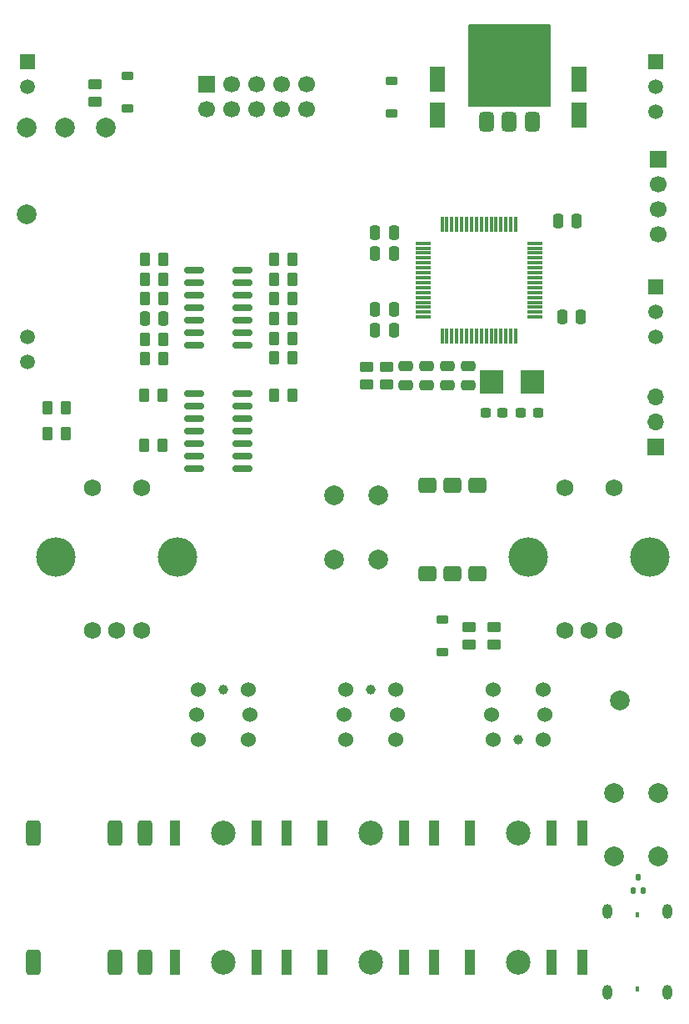
<source format=gbr>
%TF.GenerationSoftware,KiCad,Pcbnew,8.0.8*%
%TF.CreationDate,2025-06-14T16:52:44+01:00*%
%TF.ProjectId,oscar_components,6f736361-725f-4636-9f6d-706f6e656e74,rev?*%
%TF.SameCoordinates,Original*%
%TF.FileFunction,Soldermask,Bot*%
%TF.FilePolarity,Negative*%
%FSLAX46Y46*%
G04 Gerber Fmt 4.6, Leading zero omitted, Abs format (unit mm)*
G04 Created by KiCad (PCBNEW 8.0.8) date 2025-06-14 16:52:44*
%MOMM*%
%LPD*%
G01*
G04 APERTURE LIST*
G04 Aperture macros list*
%AMRoundRect*
0 Rectangle with rounded corners*
0 $1 Rounding radius*
0 $2 $3 $4 $5 $6 $7 $8 $9 X,Y pos of 4 corners*
0 Add a 4 corners polygon primitive as box body*
4,1,4,$2,$3,$4,$5,$6,$7,$8,$9,$2,$3,0*
0 Add four circle primitives for the rounded corners*
1,1,$1+$1,$2,$3*
1,1,$1+$1,$4,$5*
1,1,$1+$1,$6,$7*
1,1,$1+$1,$8,$9*
0 Add four rect primitives between the rounded corners*
20,1,$1+$1,$2,$3,$4,$5,0*
20,1,$1+$1,$4,$5,$6,$7,0*
20,1,$1+$1,$6,$7,$8,$9,0*
20,1,$1+$1,$8,$9,$2,$3,0*%
G04 Aperture macros list end*
%ADD10C,0.200000*%
%ADD11C,2.500000*%
%ADD12R,1.000000X2.500000*%
%ADD13C,1.750000*%
%ADD14O,4.000000X4.000000*%
%ADD15R,1.500000X1.500000*%
%ADD16C,1.500000*%
%ADD17RoundRect,0.375000X0.375000X-0.925000X0.375000X0.925000X-0.375000X0.925000X-0.375000X-0.925000X0*%
%ADD18C,2.000000*%
%ADD19C,1.000000*%
%ADD20C,1.524000*%
%ADD21O,0.400000X0.600000*%
%ADD22O,1.000000X1.500000*%
%ADD23RoundRect,0.250000X-0.250000X-0.475000X0.250000X-0.475000X0.250000X0.475000X-0.250000X0.475000X0*%
%ADD24RoundRect,0.237500X0.300000X0.237500X-0.300000X0.237500X-0.300000X-0.237500X0.300000X-0.237500X0*%
%ADD25RoundRect,0.250000X0.250000X0.475000X-0.250000X0.475000X-0.250000X-0.475000X0.250000X-0.475000X0*%
%ADD26RoundRect,0.250000X0.550000X-1.050000X0.550000X1.050000X-0.550000X1.050000X-0.550000X-1.050000X0*%
%ADD27RoundRect,0.250000X-0.475000X0.250000X-0.475000X-0.250000X0.475000X-0.250000X0.475000X0.250000X0*%
%ADD28RoundRect,0.225000X0.375000X-0.225000X0.375000X0.225000X-0.375000X0.225000X-0.375000X-0.225000X0*%
%ADD29RoundRect,0.250000X-0.262500X-0.450000X0.262500X-0.450000X0.262500X0.450000X-0.262500X0.450000X0*%
%ADD30RoundRect,0.250000X0.262500X0.450000X-0.262500X0.450000X-0.262500X-0.450000X0.262500X-0.450000X0*%
%ADD31RoundRect,0.075000X0.075000X-0.700000X0.075000X0.700000X-0.075000X0.700000X-0.075000X-0.700000X0*%
%ADD32RoundRect,0.075000X0.700000X-0.075000X0.700000X0.075000X-0.700000X0.075000X-0.700000X-0.075000X0*%
%ADD33RoundRect,0.150000X0.825000X0.150000X-0.825000X0.150000X-0.825000X-0.150000X0.825000X-0.150000X0*%
%ADD34RoundRect,0.150000X-0.825000X-0.150000X0.825000X-0.150000X0.825000X0.150000X-0.825000X0.150000X0*%
%ADD35RoundRect,0.375000X0.375000X-0.625000X0.375000X0.625000X-0.375000X0.625000X-0.375000X-0.625000X0*%
%ADD36RoundRect,0.500000X1.400000X-0.500000X1.400000X0.500000X-1.400000X0.500000X-1.400000X-0.500000X0*%
%ADD37R,2.450000X2.400000*%
%ADD38R,1.700000X1.700000*%
%ADD39C,1.700000*%
%ADD40RoundRect,0.250000X-0.450000X0.262500X-0.450000X-0.262500X0.450000X-0.262500X0.450000X0.262500X0*%
%ADD41RoundRect,0.225000X-0.375000X0.225000X-0.375000X-0.225000X0.375000X-0.225000X0.375000X0.225000X0*%
%ADD42RoundRect,0.237500X-0.300000X-0.237500X0.300000X-0.237500X0.300000X0.237500X-0.300000X0.237500X0*%
%ADD43O,1.700000X1.700000*%
%ADD44RoundRect,0.250164X0.639836X-0.512336X0.639836X0.512336X-0.639836X0.512336X-0.639836X-0.512336X0*%
%ADD45RoundRect,0.250164X-0.639836X0.512336X-0.639836X-0.512336X0.639836X-0.512336X0.639836X0.512336X0*%
%ADD46RoundRect,0.125000X0.125000X-0.175000X0.125000X0.175000X-0.125000X0.175000X-0.125000X-0.175000X0*%
%ADD47RoundRect,0.250000X0.450000X-0.262500X0.450000X0.262500X-0.450000X0.262500X-0.450000X-0.262500X0*%
G04 APERTURE END LIST*
D10*
X147000000Y-50000000D02*
X155200000Y-50000000D01*
X155200000Y-58200000D01*
X147000000Y-58200000D01*
X147000000Y-50000000D01*
G36*
X147000000Y-50000000D02*
G01*
X155200000Y-50000000D01*
X155200000Y-58200000D01*
X147000000Y-58200000D01*
X147000000Y-50000000D01*
G37*
D11*
%TO.C,J4*%
X122000000Y-132000000D03*
D12*
X128480000Y-132000000D03*
X125380000Y-132000000D03*
X117080000Y-132000000D03*
%TD*%
D11*
%TO.C,J5*%
X137000000Y-132000000D03*
D12*
X143480000Y-132000000D03*
X140380000Y-132000000D03*
X132080000Y-132000000D03*
%TD*%
D11*
%TO.C,J7*%
X122000000Y-145200000D03*
D12*
X128480000Y-145200000D03*
X125380000Y-145200000D03*
X117080000Y-145200000D03*
%TD*%
D11*
%TO.C,J8*%
X137000000Y-145200000D03*
D12*
X143480000Y-145200000D03*
X140380000Y-145200000D03*
X132080000Y-145200000D03*
%TD*%
D11*
%TO.C,J6*%
X152000000Y-145200000D03*
D12*
X158480000Y-145200000D03*
X155380000Y-145200000D03*
X147080000Y-145200000D03*
%TD*%
D13*
%TO.C,SW4*%
X156700000Y-111500000D03*
X161700000Y-111500000D03*
X159200000Y-111500000D03*
X156700000Y-97000000D03*
X161700000Y-97000000D03*
D14*
X153000000Y-104000000D03*
X165400000Y-104000000D03*
%TD*%
D13*
%TO.C,SW3*%
X108700000Y-111500000D03*
X113700000Y-111500000D03*
X111200000Y-111500000D03*
X108700000Y-97000000D03*
X113700000Y-97000000D03*
D14*
X105000000Y-104000000D03*
X117400000Y-104000000D03*
%TD*%
D15*
%TO.C,U2*%
X166000000Y-53700000D03*
D16*
X166000000Y-56240000D03*
X166000000Y-58780000D03*
D15*
X166000000Y-76600000D03*
D16*
X166000000Y-79140000D03*
X166000000Y-81680000D03*
D15*
X102100000Y-53700000D03*
D16*
X102100000Y-56240000D03*
X102100000Y-81700000D03*
X102100000Y-84240000D03*
%TD*%
D11*
%TO.C,J3*%
X152000000Y-132000000D03*
D12*
X158480000Y-132000000D03*
X155380000Y-132000000D03*
X147080000Y-132000000D03*
%TD*%
D17*
%TO.C,J9*%
X110980000Y-132000000D03*
X114080000Y-132000000D03*
X102680000Y-132000000D03*
%TD*%
D18*
%TO.C,SW1*%
X166250000Y-127950000D03*
X166250000Y-134450000D03*
X161750000Y-127950000D03*
X161750000Y-134450000D03*
%TD*%
D19*
%TO.C,BTN2*%
X137000000Y-117460000D03*
D20*
X134460000Y-122540000D03*
X139540000Y-122540000D03*
X134460000Y-117460000D03*
X139540000Y-117460000D03*
X134300000Y-120000000D03*
X139700000Y-120000000D03*
%TD*%
D19*
%TO.C,BTN3*%
X152000000Y-122540000D03*
D20*
X154540000Y-117460000D03*
X149460000Y-117460000D03*
X154540000Y-122540000D03*
X149460000Y-122540000D03*
X154700000Y-120000000D03*
X149300000Y-120000000D03*
%TD*%
D18*
%TO.C,TP2*%
X110100000Y-60400000D03*
%TD*%
%TO.C,TP1*%
X105900000Y-60400000D03*
%TD*%
D19*
%TO.C,BTN1*%
X122000000Y-117460000D03*
D20*
X119460000Y-122540000D03*
X124540000Y-122540000D03*
X119460000Y-117460000D03*
X124540000Y-117460000D03*
X119300000Y-120000000D03*
X124700000Y-120000000D03*
%TD*%
D18*
%TO.C,TP4*%
X102000000Y-69200000D03*
%TD*%
%TO.C,TP3*%
X162300000Y-118600000D03*
%TD*%
%TO.C,TP5*%
X102000000Y-60400000D03*
%TD*%
D21*
%TO.C,J11*%
X164100000Y-140325000D03*
X164100000Y-147875000D03*
D22*
X167170000Y-140000000D03*
X161030000Y-140000000D03*
X167170000Y-148200000D03*
X161030000Y-148200000D03*
%TD*%
D17*
%TO.C,J10*%
X110980000Y-145200000D03*
X114080000Y-145200000D03*
X102680000Y-145200000D03*
%TD*%
D18*
%TO.C,SW2*%
X133250000Y-104250000D03*
X133250000Y-97750000D03*
X137750000Y-104250000D03*
X137750000Y-97750000D03*
%TD*%
D23*
%TO.C,C3*%
X156050000Y-69900000D03*
X157950000Y-69900000D03*
%TD*%
D24*
%TO.C,C4*%
X154012500Y-89400000D03*
X152287500Y-89400000D03*
%TD*%
D25*
%TO.C,C9*%
X139350000Y-73200000D03*
X137450000Y-73200000D03*
%TD*%
%TO.C,C10*%
X139350000Y-78900000D03*
X137450000Y-78900000D03*
%TD*%
%TO.C,C12*%
X139350000Y-71100000D03*
X137450000Y-71100000D03*
%TD*%
D26*
%TO.C,C2*%
X143800000Y-59100000D03*
X143800000Y-55500000D03*
%TD*%
%TO.C,C8*%
X158200000Y-59100000D03*
X158200000Y-55500000D03*
%TD*%
D27*
%TO.C,C11*%
X140600000Y-84650000D03*
X140600000Y-86550000D03*
%TD*%
D28*
%TO.C,D1*%
X139100000Y-58950000D03*
X139100000Y-55650000D03*
%TD*%
D29*
%TO.C,R2*%
X127187500Y-79800000D03*
X129012500Y-79800000D03*
%TD*%
D30*
%TO.C,R3*%
X129012500Y-83800000D03*
X127187500Y-83800000D03*
%TD*%
%TO.C,R4*%
X115912500Y-77800000D03*
X114087500Y-77800000D03*
%TD*%
%TO.C,R5*%
X115912500Y-75800000D03*
X114087500Y-75800000D03*
%TD*%
D29*
%TO.C,R6*%
X127187500Y-77800000D03*
X129012500Y-77800000D03*
%TD*%
D30*
%TO.C,R7*%
X129012500Y-73800000D03*
X127187500Y-73800000D03*
%TD*%
%TO.C,R9*%
X115912500Y-73800000D03*
X114087500Y-73800000D03*
%TD*%
D29*
%TO.C,R10*%
X127187500Y-75800000D03*
X129012500Y-75800000D03*
%TD*%
D30*
%TO.C,R13*%
X129012500Y-87600000D03*
X127187500Y-87600000D03*
%TD*%
D29*
%TO.C,R15*%
X113987500Y-92700000D03*
X115812500Y-92700000D03*
%TD*%
D31*
%TO.C,U3*%
X151750000Y-81575000D03*
X151250000Y-81575000D03*
X150750000Y-81575000D03*
X150250000Y-81575000D03*
X149750000Y-81575000D03*
X149250000Y-81575000D03*
X148750000Y-81575000D03*
X148250000Y-81575000D03*
X147750000Y-81575000D03*
X147250000Y-81575000D03*
X146750000Y-81575000D03*
X146250000Y-81575000D03*
X145750000Y-81575000D03*
X145250000Y-81575000D03*
X144750000Y-81575000D03*
X144250000Y-81575000D03*
D32*
X142325000Y-79650000D03*
X142325000Y-79150000D03*
X142325000Y-78650000D03*
X142325000Y-78150000D03*
X142325000Y-77650000D03*
X142325000Y-77150000D03*
X142325000Y-76650000D03*
X142325000Y-76150000D03*
X142325000Y-75650000D03*
X142325000Y-75150000D03*
X142325000Y-74650000D03*
X142325000Y-74150000D03*
X142325000Y-73650000D03*
X142325000Y-73150000D03*
X142325000Y-72650000D03*
X142325000Y-72150000D03*
D31*
X144250000Y-70225000D03*
X144750000Y-70225000D03*
X145250000Y-70225000D03*
X145750000Y-70225000D03*
X146250000Y-70225000D03*
X146750000Y-70225000D03*
X147250000Y-70225000D03*
X147750000Y-70225000D03*
X148250000Y-70225000D03*
X148750000Y-70225000D03*
X149250000Y-70225000D03*
X149750000Y-70225000D03*
X150250000Y-70225000D03*
X150750000Y-70225000D03*
X151250000Y-70225000D03*
X151750000Y-70225000D03*
D32*
X153675000Y-72150000D03*
X153675000Y-72650000D03*
X153675000Y-73150000D03*
X153675000Y-73650000D03*
X153675000Y-74150000D03*
X153675000Y-74650000D03*
X153675000Y-75150000D03*
X153675000Y-75650000D03*
X153675000Y-76150000D03*
X153675000Y-76650000D03*
X153675000Y-77150000D03*
X153675000Y-77650000D03*
X153675000Y-78150000D03*
X153675000Y-78650000D03*
X153675000Y-79150000D03*
X153675000Y-79650000D03*
%TD*%
D33*
%TO.C,U5*%
X123975000Y-74890000D03*
X123975000Y-76160000D03*
X123975000Y-77430000D03*
X123975000Y-78700000D03*
X123975000Y-79970000D03*
X123975000Y-81240000D03*
X123975000Y-82510000D03*
X119025000Y-82510000D03*
X119025000Y-81240000D03*
X119025000Y-79970000D03*
X119025000Y-78700000D03*
X119025000Y-77430000D03*
X119025000Y-76160000D03*
X119025000Y-74890000D03*
%TD*%
D34*
%TO.C,U4*%
X119025000Y-95010000D03*
X119025000Y-93740000D03*
X119025000Y-92470000D03*
X119025000Y-91200000D03*
X119025000Y-89930000D03*
X119025000Y-88660000D03*
X119025000Y-87390000D03*
X123975000Y-87390000D03*
X123975000Y-88660000D03*
X123975000Y-89930000D03*
X123975000Y-91200000D03*
X123975000Y-92470000D03*
X123975000Y-93740000D03*
X123975000Y-95010000D03*
%TD*%
D35*
%TO.C,U1*%
X153400000Y-59850000D03*
X151100000Y-59850000D03*
D36*
X151100000Y-53550000D03*
D35*
X148800000Y-59850000D03*
%TD*%
D37*
%TO.C,Y1*%
X149275000Y-86200000D03*
X153425000Y-86200000D03*
%TD*%
D38*
%TO.C,J1*%
X166200000Y-63600000D03*
D39*
X166200000Y-66140000D03*
X166200000Y-68680000D03*
X166200000Y-71220000D03*
%TD*%
D40*
%TO.C,L1*%
X138600000Y-84687500D03*
X138600000Y-86512500D03*
%TD*%
D29*
%TO.C,R8*%
X127187500Y-81800000D03*
X129012500Y-81800000D03*
%TD*%
D41*
%TO.C,D2*%
X112300000Y-55150000D03*
X112300000Y-58450000D03*
%TD*%
D29*
%TO.C,R14*%
X113987500Y-87600000D03*
X115812500Y-87600000D03*
%TD*%
D23*
%TO.C,C6*%
X156450000Y-79600000D03*
X158350000Y-79600000D03*
%TD*%
D42*
%TO.C,C5*%
X148687500Y-89400000D03*
X150412500Y-89400000D03*
%TD*%
D38*
%TO.C,J2*%
X120300000Y-56025000D03*
D39*
X120300000Y-58565000D03*
X122840000Y-56025000D03*
X122840000Y-58565000D03*
X125380000Y-56025000D03*
X125380000Y-58565000D03*
X127920000Y-56025000D03*
X127920000Y-58565000D03*
X130460000Y-56025000D03*
X130460000Y-58565000D03*
%TD*%
D25*
%TO.C,C1*%
X139350000Y-81000000D03*
X137450000Y-81000000D03*
%TD*%
D40*
%TO.C,R1*%
X109000000Y-55987500D03*
X109000000Y-57812500D03*
%TD*%
D29*
%TO.C,R12*%
X114087500Y-83900000D03*
X115912500Y-83900000D03*
%TD*%
D40*
%TO.C,R20*%
X149500000Y-111087500D03*
X149500000Y-112912500D03*
%TD*%
D27*
%TO.C,C7*%
X146900000Y-84650000D03*
X146900000Y-86550000D03*
%TD*%
%TO.C,C14*%
X142700000Y-84650000D03*
X142700000Y-86550000D03*
%TD*%
D30*
%TO.C,R18*%
X106012500Y-88900000D03*
X104187500Y-88900000D03*
%TD*%
D38*
%TO.C,J12*%
X166000000Y-92825000D03*
D43*
X166000000Y-90285000D03*
X166000000Y-87745000D03*
%TD*%
D27*
%TO.C,C13*%
X144800000Y-84650000D03*
X144800000Y-86550000D03*
%TD*%
D44*
%TO.C,U6*%
X147865000Y-105700000D03*
D45*
X145325000Y-105700000D03*
D44*
X142785000Y-105700000D03*
X142785000Y-96700000D03*
X145325000Y-96700000D03*
X147865000Y-96700000D03*
%TD*%
D30*
%TO.C,R19*%
X106012500Y-91500000D03*
X104187500Y-91500000D03*
%TD*%
D23*
%TO.C,C15*%
X114050000Y-79800000D03*
X115950000Y-79800000D03*
%TD*%
D30*
%TO.C,R11*%
X115912500Y-81900000D03*
X114087500Y-81900000D03*
%TD*%
D40*
%TO.C,R16*%
X147000000Y-111087500D03*
X147000000Y-112912500D03*
%TD*%
D46*
%TO.C,D4*%
X164700000Y-137850000D03*
X163700000Y-137850000D03*
X164200000Y-136550000D03*
%TD*%
D47*
%TO.C,R17*%
X136600000Y-86512500D03*
X136600000Y-84687500D03*
%TD*%
D41*
%TO.C,D3*%
X144300000Y-110350000D03*
X144300000Y-113650000D03*
%TD*%
M02*

</source>
